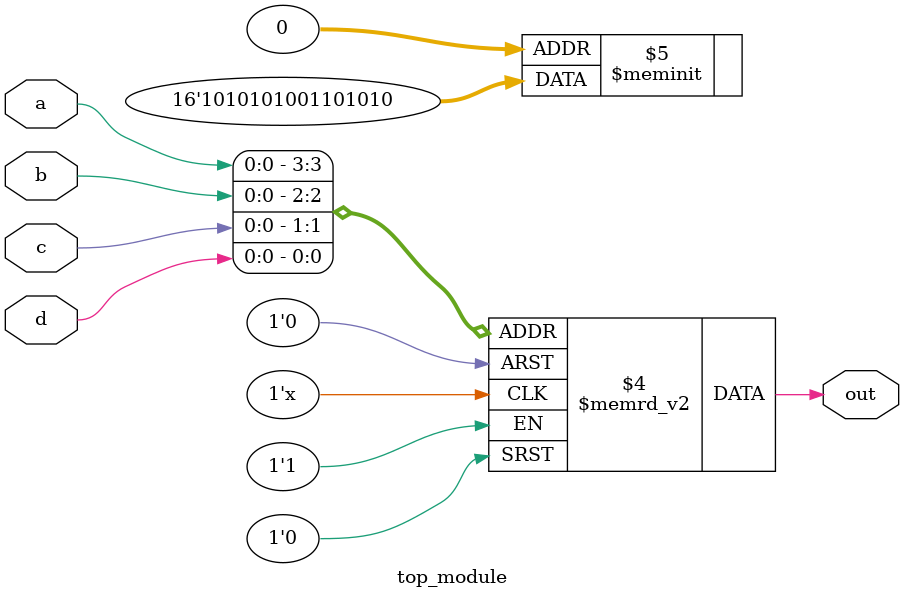
<source format=sv>
module top_module (
	input a, 
	input b,
	input c,
	input d,
	output reg out
);

always @(a or b or c or d)
  begin
    case ({a,b,c,d})
      4'b0000: out = 1'b0;
      4'b0001: out = 1'b1;
      4'b0010: out = 1'b0;
      4'b0011: out = 1'b1;  // Corrected
      4'b0100: out = 1'b0;  // Corrected
      4'b0101: out = 1'b1;
      4'b0110: out = 1'b1;  // Corrected
      4'b0111: out = 1'b0;
      4'b1000: out = 1'b0;
      4'b1001: out = 1'b1;
      4'b1010: out = 1'b0;
      4'b1011: out = 1'b1;
      4'b1100: out = 1'b0;  // Corrected
      4'b1101: out = 1'b1;
      4'b1110: out = 1'b0;
      4'b1111: out = 1'b1;
      default: out = 1'b0;
    endcase
  end
  
endmodule

</source>
